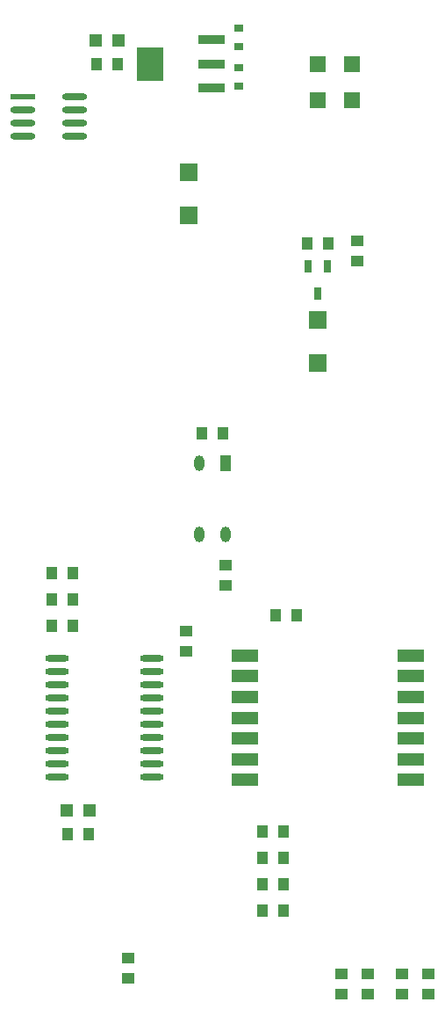
<source format=gtp>
%FSTAX24Y24*%
%MOIN*%
G70*
G01*
G75*
G04 Layer_Color=8421504*
%ADD10R,0.0512X0.0394*%
%ADD11R,0.0256X0.0472*%
%ADD12R,0.0394X0.0512*%
%ADD13R,0.0709X0.0709*%
%ADD14O,0.0906X0.0236*%
%ADD15R,0.0984X0.0512*%
%ADD16R,0.0374X0.0315*%
%ADD17R,0.0630X0.0630*%
%ADD18R,0.0945X0.0236*%
%ADD19O,0.0945X0.0236*%
%ADD20R,0.1004X0.1299*%
%ADD21R,0.1004X0.0374*%
%ADD22R,0.0472X0.0512*%
%ADD23R,0.0394X0.0591*%
%ADD24O,0.0394X0.0591*%
%ADD25C,0.0100*%
%ADD26C,0.0250*%
%ADD27C,0.0600*%
%ADD28C,0.0300*%
%ADD29C,0.0400*%
%ADD30C,0.0060*%
%ADD31C,0.0080*%
%ADD32C,0.0591*%
%ADD33R,0.0591X0.0591*%
%ADD34C,0.1800*%
%ADD35R,0.0591X0.0591*%
G04:AMPARAMS|DCode=36|XSize=37.4mil|YSize=57.1mil|CornerRadius=0mil|HoleSize=0mil|Usage=FLASHONLY|Rotation=10.000|XOffset=0mil|YOffset=0mil|HoleType=Round|Shape=Round|*
%AMOVALD36*
21,1,0.0197,0.0374,0.0000,0.0000,100.0*
1,1,0.0374,0.0017,-0.0097*
1,1,0.0374,-0.0017,0.0097*
%
%ADD36OVALD36*%

G04:AMPARAMS|DCode=37|XSize=37.4mil|YSize=57.1mil|CornerRadius=0mil|HoleSize=0mil|Usage=FLASHONLY|Rotation=345.000|XOffset=0mil|YOffset=0mil|HoleType=Round|Shape=Round|*
%AMOVALD37*
21,1,0.0197,0.0374,0.0000,0.0000,75.0*
1,1,0.0374,-0.0025,-0.0095*
1,1,0.0374,0.0025,0.0095*
%
%ADD37OVALD37*%

%ADD38C,0.0984*%
%ADD39R,0.0984X0.0984*%
%ADD40C,0.0709*%
%ADD41C,0.0320*%
%ADD42C,0.0500*%
D10*
X1937Y152106D02*
D03*
Y152894D02*
D03*
X19Y137206D02*
D03*
Y137994D02*
D03*
X1987Y165194D02*
D03*
Y164406D02*
D03*
X1922Y149606D02*
D03*
Y150394D02*
D03*
X2004Y136606D02*
D03*
Y137394D02*
D03*
X1981Y136606D02*
D03*
Y137394D02*
D03*
X2014D02*
D03*
Y136606D02*
D03*
X1991Y137394D02*
D03*
Y136606D02*
D03*
D11*
X196826Y164222D02*
D03*
X197574D02*
D03*
X1972Y163178D02*
D03*
D12*
X195894Y1398D02*
D03*
X195106D02*
D03*
X195894Y1408D02*
D03*
X195106D02*
D03*
X195894Y1418D02*
D03*
X195106D02*
D03*
X195894Y1428D02*
D03*
X195106D02*
D03*
X196806Y1651D02*
D03*
X197594D02*
D03*
X187106Y1526D02*
D03*
X187894D02*
D03*
Y1516D02*
D03*
X187106D02*
D03*
X187894Y1506D02*
D03*
X187106D02*
D03*
X188806Y1719D02*
D03*
X189594D02*
D03*
X188494Y1427D02*
D03*
X187706D02*
D03*
X195606Y151D02*
D03*
X196394D02*
D03*
X193594Y1579D02*
D03*
X192806D02*
D03*
D13*
X1972Y1622D02*
D03*
Y160546D02*
D03*
X1923Y166146D02*
D03*
Y1678D02*
D03*
D14*
X187309Y14935D02*
D03*
Y14885D02*
D03*
Y14835D02*
D03*
Y14785D02*
D03*
Y14735D02*
D03*
Y14685D02*
D03*
Y14635D02*
D03*
Y14585D02*
D03*
Y14535D02*
D03*
Y14485D02*
D03*
X190891Y14935D02*
D03*
Y14885D02*
D03*
Y14835D02*
D03*
Y14785D02*
D03*
Y14735D02*
D03*
Y14685D02*
D03*
Y14635D02*
D03*
Y14585D02*
D03*
Y14535D02*
D03*
Y14485D02*
D03*
D15*
X20075Y144738D02*
D03*
Y145525D02*
D03*
Y146313D02*
D03*
Y1471D02*
D03*
Y147887D02*
D03*
Y148675D02*
D03*
Y149462D02*
D03*
X19445Y144738D02*
D03*
Y145525D02*
D03*
Y146313D02*
D03*
Y1471D02*
D03*
Y147887D02*
D03*
Y148675D02*
D03*
Y149462D02*
D03*
D16*
X1942Y172546D02*
D03*
Y173254D02*
D03*
Y171046D02*
D03*
Y171754D02*
D03*
D17*
X1985Y171869D02*
D03*
Y170531D02*
D03*
X1972Y170531D02*
D03*
Y171869D02*
D03*
D18*
X186016Y17065D02*
D03*
D19*
Y17015D02*
D03*
Y16965D02*
D03*
Y16915D02*
D03*
X187984Y17065D02*
D03*
Y17015D02*
D03*
Y16965D02*
D03*
Y16915D02*
D03*
D20*
X190829Y1719D02*
D03*
D21*
X193171Y172806D02*
D03*
Y1719D02*
D03*
Y170994D02*
D03*
D22*
X189639Y1728D02*
D03*
X188773D02*
D03*
X187661Y1436D02*
D03*
X188527D02*
D03*
D23*
X193702Y156739D02*
D03*
D24*
X192698D02*
D03*
X192718Y154061D02*
D03*
X193702D02*
D03*
M02*

</source>
